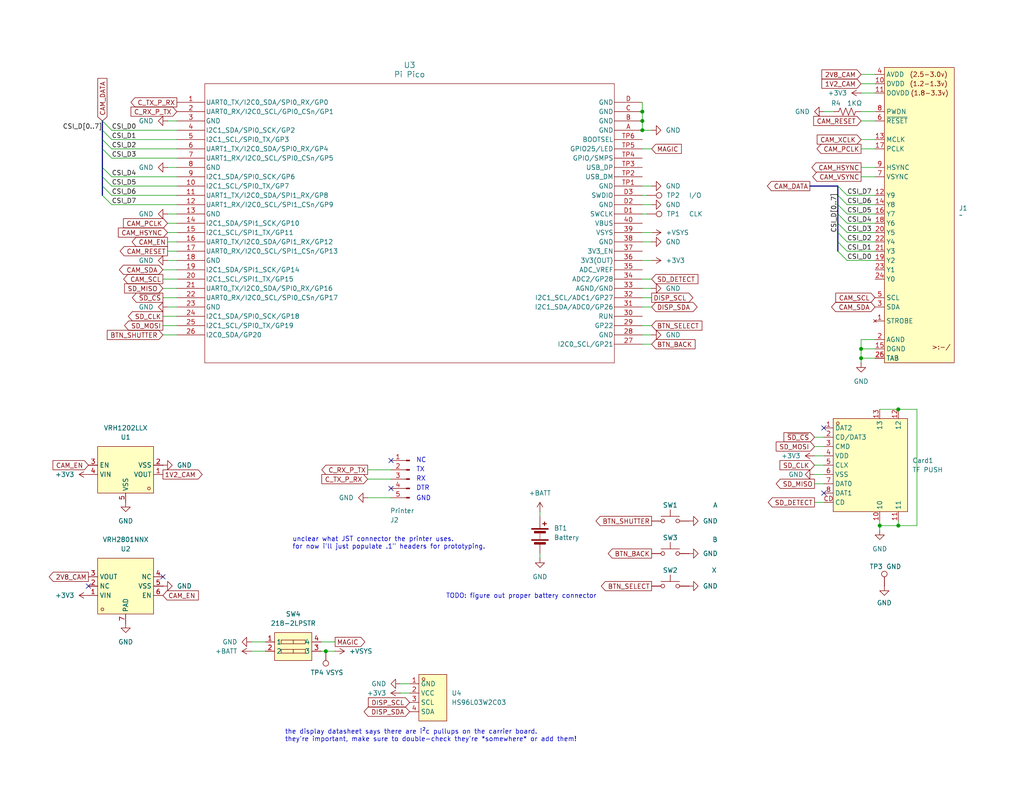
<source format=kicad_sch>
(kicad_sch (version 20231120) (generator "eeschema") (generator_version "8.0")
  (paper "USLetter")
  (title_block (title "Gae Boy Camera") (date "2024-06-12") (rev "A0"))
  (lib_symbols
    (symbol "2024-05-01_21-40-41:SC0915" (pin_names (offset 0.254))
      (property "Reference" "U" (at 63.5 10.16 0))
      (property "Value" "Pi Pico" (at 63.5 7.62 0))
      (symbol "SC0915_0_1"
        (polyline (pts (xy 7.62 -71.12) (xy 119.38 -71.12)) (stroke (width 0.127)))
        (polyline (pts (xy 7.62 5.08) (xy 7.62 -71.12)) (stroke (width 0.127)))
        (polyline (pts (xy 119.38 -71.12) (xy 119.38 5.08)) (stroke (width 0.127)))
        (polyline (pts (xy 119.38 5.08) (xy 7.62 5.08)) (stroke (width 0.127)))
        (pin bidirectional line (at 0 0 0) (length 7.62) (name "UART0_TX/I2C0_SDA/SPI0_RX/GP0") (number "1"))
        (pin bidirectional line (at 0 -22.86 0) (length 7.62) (name "I2C1_SCL/SPI0_TX/GP7") (number "10"))
        (pin bidirectional line (at 0 -25.4 0) (length 7.62) (name "UART1_TX/I2C0_SDA/SPI1_RX/GP8") (number "11"))
        (pin bidirectional line (at 0 -27.94 0) (length 7.62) (name "UART1_RX/I2C0_SCL/SPI1_CSn/GP9") (number "12"))
        (pin power_out line (at 0 -30.48 0) (length 7.62) (name "GND") (number "13"))
        (pin bidirectional line (at 0 -33.02 0) (length 7.62) (name "I2C1_SDA/SPI1_SCK/GP10") (number "14"))
        (pin bidirectional line (at 0 -35.56 0) (length 7.62) (name "I2C1_SCL/SPI1_TX/GP11") (number "15"))
        (pin bidirectional line (at 0 -38.1 0) (length 7.62) (name "UART0_TX/I2C0_SDA/GPI1_RX/GP12") (number "16"))
        (pin bidirectional line (at 0 -40.64 0) (length 7.62) (name "UART0_RX/I2C0_SCL/SPI1_CSn/GP13") (number "17"))
        (pin power_out line (at 0 -43.18 0) (length 7.62) (name "GND") (number "18"))
        (pin bidirectional line (at 0 -45.72 0) (length 7.62) (name "I2C1_SDA/SPI1_SCK/GP14") (number "19"))
        (pin bidirectional line (at 0 -2.54 0) (length 7.62) (name "UART0_RX/I2C0_SCL/GPI0_CSn/GP1") (number "2"))
        (pin bidirectional line (at 0 -48.26 0) (length 7.62) (name "I2C1_SCL/SPI1_TX/GP15") (number "20"))
        (pin bidirectional line (at 0 -50.8 0) (length 7.62) (name "UART0_TX/I2C0_SDA/SPI0_RX/GP16") (number "21"))
        (pin bidirectional line (at 0 -53.34 0) (length 7.62) (name "UART0_RX/I2C0_SCL/SPI0_CSn/GP17") (number "22"))
        (pin power_out line (at 0 -55.88 0) (length 7.62) (name "GND") (number "23"))
        (pin bidirectional line (at 0 -58.42 0) (length 7.62) (name "I2C1_SDA/SPI0_SCK/GP18") (number "24"))
        (pin bidirectional line (at 0 -60.96 0) (length 7.62) (name "I2C1_SCL/SPI0_TX/GP19") (number "25"))
        (pin bidirectional line (at 0 -63.5 0) (length 7.62) (name "I2C0_SDA/GP20") (number "26"))
        (pin bidirectional line (at 127 -66.04 180) (length 7.62) (name "I2C0_SCL/GP21") (number "27"))
        (pin power_out line (at 127 -63.5 180) (length 7.62) (name "GND") (number "28"))
        (pin bidirectional line (at 127 -60.96 180) (length 7.62) (name "GP22") (number "29"))
        (pin power_out line (at 0 -5.08 0) (length 7.62) (name "GND") (number "3"))
        (pin unspecified line (at 127 -58.42 180) (length 7.62) (name "RUN") (number "30"))
        (pin bidirectional line (at 127 -55.88 180) (length 7.62) (name "I2C1_SDA/ADC0/GP26") (number "31"))
        (pin bidirectional line (at 127 -53.34 180) (length 7.62) (name "I2C1_SCL/ADC1/GP27") (number "32"))
        (pin power_out line (at 127 -50.8 180) (length 7.62) (name "AGND/GND") (number "33"))
        (pin bidirectional line (at 127 -48.26 180) (length 7.62) (name "ADC2/GP28") (number "34"))
        (pin power_in line (at 127 -45.72 180) (length 7.62) (name "ADC_VREF") (number "35"))
        (pin output line (at 127 -43.18 180) (length 7.62) (name "3V3(OUT)") (number "36"))
        (pin power_in line (at 127 -40.64 180) (length 7.62) (name "3V3_EN") (number "37"))
        (pin power_out line (at 127 -38.1 180) (length 7.62) (name "GND") (number "38"))
        (pin power_in line (at 127 -35.56 180) (length 7.62) (name "VSYS") (number "39"))
        (pin bidirectional line (at 0 -7.62 0) (length 7.62) (name "I2C1_SDA/SPI0_SCK/GP2") (number "4"))
        (pin power_in line (at 127 -33.02 180) (length 7.62) (name "VBUS") (number "40"))
        (pin bidirectional line (at 0 -10.16 0) (length 7.62) (name "I2C1_SCL/SPI0_TX/GP3") (number "5"))
        (pin bidirectional line (at 0 -12.7 0) (length 7.62) (name "UART1_TX/I2C0_SDA/SPI0_RX/GP4") (number "6"))
        (pin bidirectional line (at 0 -15.24 0) (length 7.62) (name "UART1_RX/I2C0_SCL/SPI0_CSn/GP5") (number "7"))
        (pin power_out line (at 0 -17.78 0) (length 7.62) (name "GND") (number "8"))
        (pin bidirectional line (at 0 -20.32 0) (length 7.62) (name "I2C1_SDA/SPI0_SCK/GP6") (number "9"))
        (pin power_out line (at 127 -7.62 180) (length 7.62) (name "GND") (number "A"))
        (pin power_out line (at 127 -5.08 180) (length 7.62) (name "GND") (number "B"))
        (pin power_out line (at 127 -2.54 180) (length 7.62) (name "GND") (number "C"))
        (pin power_out line (at 127 0 180) (length 7.62) (name "GND") (number "D"))
        (pin unspecified line (at 127 -30.48 180) (length 7.62) (name "SWCLK") (number "D1"))
        (pin power_out line (at 127 -27.94 180) (length 7.62) (name "GND") (number "D2"))
        (pin unspecified line (at 127 -25.4 180) (length 7.62) (name "SWDIO") (number "D3"))
        (pin power_out line (at 127 -22.86 180) (length 7.62) (name "GND") (number "TP1"))
        (pin unspecified line (at 127 -20.32 180) (length 7.62) (name "USB_DM") (number "TP2"))
        (pin unspecified line (at 127 -17.78 180) (length 7.62) (name "USB_DP") (number "TP3"))
        (pin unspecified line (at 127 -15.24 180) (length 7.62) (name "GPIO/SMPS") (number "TP4"))
        (pin unspecified line (at 127 -12.7 180) (length 7.62) (name "GPIO25/LED") (number "TP5"))
        (pin unspecified line (at 127 -10.16 180) (length 7.62) (name "BOOTSEL") (number "TP6"))
      )
    )
    (symbol "Connector:Conn_01x05_Pin" (pin_names (offset 1.016) hide)
      (property "Reference" "J" (at 0 7.62 0))
      (property "Value" "Conn_01x05_Pin" (at 0 -7.62 0))
      (symbol "Conn_01x05_Pin_1_1"
        (polyline (pts (xy 1.27 -5.08) (xy 0.8636 -5.08)) (stroke (width 0.1524)))
        (polyline (pts (xy 1.27 -2.54) (xy 0.8636 -2.54)) (stroke (width 0.1524)))
        (polyline (pts (xy 1.27 0) (xy 0.8636 0)) (stroke (width 0.1524)))
        (polyline (pts (xy 1.27 2.54) (xy 0.8636 2.54)) (stroke (width 0.1524)))
        (polyline (pts (xy 1.27 5.08) (xy 0.8636 5.08)) (stroke (width 0.1524)))
        (rectangle (start 0.8636 -4.953) (end 0 -5.207) (stroke (width 0.1524)) (fill (type outline)))
        (rectangle (start 0.8636 -2.413) (end 0 -2.667) (stroke (width 0.1524)) (fill (type outline)))
        (rectangle (start 0.8636 0.127) (end 0 -0.127) (stroke (width 0.1524)) (fill (type outline)))
        (rectangle (start 0.8636 2.667) (end 0 2.413) (stroke (width 0.1524)) (fill (type outline)))
        (rectangle (start 0.8636 5.207) (end 0 4.953) (stroke (width 0.1524)) (fill (type outline)))
        (pin passive line (at 5.08 5.08 180) (length 3.81) (name "Pin_1") (number "1"))
        (pin passive line (at 5.08 2.54 180) (length 3.81) (name "Pin_2") (number "2"))
        (pin passive line (at 5.08 0 180) (length 3.81) (name "Pin_3") (number "3"))
        (pin passive line (at 5.08 -2.54 180) (length 3.81) (name "Pin_4") (number "4"))
        (pin passive line (at 5.08 -5.08 180) (length 3.81) (name "Pin_5") (number "5"))
      )
    )
    (symbol "Connector:TestPoint" (pin_numbers hide) (pin_names (offset 0.762) hide)
      (property "Reference" "TP" (at 0 6.858 0))
      (property "Value" "TestPoint" (at 0 5.08 0))
      (symbol "TestPoint_0_1"
        (circle (center 0 3.302) (radius 0.762))
      )
      (symbol "TestPoint_1_1"
        (pin passive line (at 0 0 90) (length 2.54) (name "1") (number "1"))
      )
    )
    (symbol "Device:Battery" (pin_numbers hide) (pin_names (offset 0) hide)
      (property "Reference" "BT" (at 2.54 2.54 0))
      (property "Value" "Battery" (at 2.54 0 0))
      (symbol "Battery_0_1"
        (rectangle (start -2.286 -1.27) (end 2.286 -1.524) (fill (type outline)))
        (rectangle (start -2.286 1.778) (end 2.286 1.524) (fill (type outline)))
        (rectangle (start -1.524 -2.032) (end 1.524 -2.54) (fill (type outline)))
        (rectangle (start -1.524 1.016) (end 1.524 0.508) (fill (type outline)))
        (polyline (pts (xy 0 -1.016) (xy 0 -0.762)))
        (polyline (pts (xy 0 -0.508) (xy 0 -0.254)))
        (polyline (pts (xy 0 0) (xy 0 0.254)))
        (polyline (pts (xy 0 1.778) (xy 0 2.54)))
        (polyline (pts (xy 0.762 3.048) (xy 1.778 3.048)) (stroke (width 0.254)))
        (polyline (pts (xy 1.27 3.556) (xy 1.27 2.54)) (stroke (width 0.254)))
      )
      (symbol "Battery_1_1"
        (pin passive line (at 0 5.08 270) (length 2.54) (name "+") (number "1"))
        (pin passive line (at 0 -5.08 90) (length 2.54) (name "-") (number "2"))
      )
    )
    (symbol "Device:R_US" (pin_numbers hide) (pin_names (offset 0))
      (property "Reference" "R" (at 2.54 0 90))
      (property "Value" "R_US" (at -2.54 0 90))
      (symbol "R_US_0_1"
        (polyline (pts (xy 0 -2.286) (xy 0 -2.54)))
        (polyline (pts (xy 0 2.286) (xy 0 2.54)))
        (polyline (pts (xy 0 -0.762) (xy 1.016 -1.143) (xy 0 -1.524) (xy -1.016 -1.905) (xy 0 -2.286)))
        (polyline (pts (xy 0 0.762) (xy 1.016 0.381) (xy 0 0) (xy -1.016 -0.381) (xy 0 -0.762)))
        (polyline (pts (xy 0 2.286) (xy 1.016 1.905) (xy 0 1.524) (xy -1.016 1.143) (xy 0 0.762)))
      )
      (symbol "R_US_1_1"
        (pin passive line (at 0 3.81 270) (length 1.27) (name "~") (number "1"))
        (pin passive line (at 0 -3.81 90) (length 1.27) (name "~") (number "2"))
      )
    )
    (symbol "Switch:SW_Push" (pin_numbers hide) (pin_names (offset 1.016) hide)
      (property "Reference" "SW" (at 1.27 2.54 0))
      (property "Value" "SW_Push" (at 0 -1.524 0))
      (symbol "SW_Push_0_1"
        (circle (center -2.032 0) (radius 0.508))
        (polyline (pts (xy 0 1.27) (xy 0 3.048)))
        (polyline (pts (xy 2.54 1.27) (xy -2.54 1.27)))
        (circle (center 2.032 0) (radius 0.508))
        (pin passive line (at -5.08 0 0) (length 2.54) (name "1") (number "1"))
        (pin passive line (at 5.08 0 180) (length 2.54) (name "2") (number "2"))
      )
    )
    (symbol "camera-parts:OV2640"
      (property "Reference" "J" (at 0 0 0))
      (symbol "OV2640_1_1"
        (rectangle (start -19.05 80.645) (end 0 0) (fill (type background)))
        (text "(1.2-1.3v)" (at -12.192 76.2 0) (effects (font (size 1.27 1.27)) (justify left)))
        (text "(1.8-3.3v)" (at -11.938 73.66 0) (effects (font (size 1.27 1.27)) (justify left)))
        (text "(2.5-3.0v)" (at -12.192 78.74 0) (effects (font (size 1.27 1.27)) (justify left)))
        (text ">:-/" (at -3.556 4.318 0) (effects (font (size 1.27 1.27))))
        (pin no_connect line (at -21.59 11.43 0) (length 2.54) (name "STROBE") (number "1"))
        (pin power_in line (at -21.59 76.2 0) (length 2.54) (name "DVDD") (number "10"))
        (pin power_in line (at -21.59 73.66 0) (length 2.54) (name "DOVDD") (number "11"))
        (pin output line (at -21.59 45.72 0) (length 2.54) (name "Y9") (number "12"))
        (pin input line (at -21.59 60.96 0) (length 2.54) (name "MCLK") (number "13"))
        (pin output line (at -21.59 43.18 0) (length 2.54) (name "Y8") (number "14"))
        (pin power_in line (at -21.59 3.81 0) (length 2.54) (name "DGND") (number "15"))
        (pin output line (at -21.59 40.64 0) (length 2.54) (name "Y7") (number "16"))
        (pin output line (at -21.59 58.42 0) (length 2.54) (name "PCLK") (number "17"))
        (pin output line (at -21.59 38.1 0) (length 2.54) (name "Y6") (number "18"))
        (pin output line (at -21.59 27.94 0) (length 2.54) (name "Y2") (number "19"))
        (pin power_in line (at -21.59 6.35 0) (length 2.54) (name "AGND") (number "2"))
        (pin output line (at -21.59 35.56 0) (length 2.54) (name "Y5") (number "20"))
        (pin output line (at -21.59 30.48 0) (length 2.54) (name "Y3") (number "21"))
        (pin output line (at -21.59 33.02 0) (length 2.54) (name "Y4") (number "22"))
        (pin output line (at -21.59 25.4 0) (length 2.54) (name "Y1") (number "23"))
        (pin output line (at -21.59 22.86 0) (length 2.54) (name "Y0") (number "24"))
        (pin power_in line (at -21.59 1.27 0) (length 2.54) (name "TAB") (number "25"))
        (pin power_in line (at -21.59 1.27 0) (length 2.54) (name "TAB") (number "26"))
        (pin bidirectional line (at -21.59 15.24 0) (length 2.54) (name "SDA") (number "3"))
        (pin power_in line (at -21.59 78.74 0) (length 2.54) (name "AVDD") (number "4"))
        (pin input line (at -21.59 17.78 0) (length 2.54) (name "SCL") (number "5"))
        (pin input line (at -21.59 66.04 0) (length 2.54) (name "~{RESET}") (number "6"))
        (pin output line (at -21.59 50.8 0) (length 2.54) (name "VSYNC") (number "7"))
        (pin input line (at -21.59 68.58 0) (length 2.54) (name "PWDN") (number "8"))
        (pin output line (at -21.59 53.34 0) (length 2.54) (name "HSYNC") (number "9"))
      )
    )
    (symbol "lcsc:218-2LPSTR"
      (property "Reference" "U" (at 0 7.62 0))
      (property "Value" "218-2LPSTR" (at 0 -5.08 0))
      (symbol "218-2LPSTR_0_1"
        (rectangle (start -5.08 5.08) (end 5.08 -2.54) (fill (type background)))
        (polyline (pts (xy -3.3 -0.51) (xy -3.3 0.51)))
        (polyline (pts (xy -3.3 0.51) (xy 3.3 0.51)))
        (polyline (pts (xy -3.3 2.03) (xy -3.3 3.05)))
        (polyline (pts (xy -3.3 3.05) (xy 3.3 3.05)))
        (polyline (pts (xy 0 0.51) (xy 0 -0.51)))
        (polyline (pts (xy 0 3.05) (xy 0 2.03)))
        (polyline (pts (xy 3.3 -0.51) (xy -3.3 -0.51)))
        (polyline (pts (xy 3.3 0.51) (xy 3.3 -0.51)))
        (polyline (pts (xy 3.3 2.03) (xy -3.3 2.03)))
        (polyline (pts (xy 3.3 3.05) (xy 3.3 2.03)))
        (pin input line (at -7.62 2.54 0) (length 2.54) (name "1") (number "1"))
        (pin input line (at -7.62 0 0) (length 2.54) (name "2") (number "2"))
        (pin input line (at 7.62 0 180) (length 2.54) (name "3") (number "3"))
        (pin input line (at 7.62 2.54 180) (length 2.54) (name "4") (number "4"))
      )
    )
    (symbol "lcsc:HS96L03W2C03"
      (property "Reference" "U" (at 0 8.89 0))
      (property "Value" "HS96L03W2C03" (at 0 -8.89 0))
      (symbol "HS96L03W2C03_0_1"
        (rectangle (start -3.81 6.35) (end 3.81 -6.35) (fill (type background)))
        (circle (center -2.54 5.08) (radius 0.38))
        (pin unspecified line (at -6.35 3.81 0) (length 2.54) (name "GND") (number "1"))
        (pin unspecified line (at -6.35 1.27 0) (length 2.54) (name "VCC") (number "2"))
        (pin unspecified line (at -6.35 -1.27 0) (length 2.54) (name "SCL") (number "3"))
        (pin unspecified line (at -6.35 -3.81 0) (length 2.54) (name "SDA") (number "4"))
      )
    )
    (symbol "lcsc:TFPUSH"
      (property "Reference" "Card1" (at 13.97 1.2701 0))
      (property "Value" "TF PUSH" (at 13.97 -1.2699 0))
      (symbol "TFPUSH_0_1"
        (rectangle (start -7.62 12.7) (end 12.7 -12.7) (fill (type background)))
        (circle (center -6.35 11.43) (radius 0.38))
        (pin unspecified line (at -10.16 10.16 0) (length 2.54) (name "DAT2") (number "1"))
        (pin unspecified line (at 5.08 -15.24 90) (length 2.54) (name "10") (number "10"))
        (pin unspecified line (at 10.16 -15.24 90) (length 2.54) (name "11") (number "11"))
        (pin unspecified line (at 10.16 15.24 270) (length 2.54) (name "12") (number "12"))
        (pin unspecified line (at 5.08 15.24 270) (length 2.54) (name "13") (number "13"))
        (pin unspecified line (at -10.16 7.62 0) (length 2.54) (name "CD/DAT3") (number "2"))
        (pin unspecified line (at -10.16 5.08 0) (length 2.54) (name "CMD") (number "3"))
        (pin unspecified line (at -10.16 2.54 0) (length 2.54) (name "VDD") (number "4"))
        (pin unspecified line (at -10.16 0 0) (length 2.54) (name "CLX") (number "5"))
        (pin unspecified line (at -10.16 -2.54 0) (length 2.54) (name "VSS") (number "6"))
        (pin unspecified line (at -10.16 -5.08 0) (length 2.54) (name "DAT0") (number "7"))
        (pin unspecified line (at -10.16 -7.62 0) (length 2.54) (name "DAT1") (number "8"))
      )
      (symbol "TFPUSH_1_1"
        (pin unspecified line (at -10.16 -10.16 0) (length 2.54) (name "CD") (number "CD"))
      )
    )
    (symbol "lcsc:VRH1202LLX"
      (property "Reference" "U" (at 0 13.97 0))
      (property "Value" "VRH1202LLX" (at 0 -6.35 0))
      (symbol "VRH1202LLX_0_1"
        (rectangle (start -7.62 6.35) (end 7.62 -6.35) (fill (type background)))
        (circle (center -6.35 5.08) (radius 0.38))
        (pin unspecified line (at -10.16 1.27 0) (length 2.54) (name "VOUT") (number "1"))
        (pin unspecified line (at -10.16 -1.27 0) (length 2.54) (name "VSS") (number "2"))
        (pin unspecified line (at 10.16 -1.27 180) (length 2.54) (name "EN") (number "3"))
        (pin unspecified line (at 10.16 1.27 180) (length 2.54) (name "VIN") (number "4"))
        (pin unspecified line (at 0 8.89 270) (length 2.54) (name "VSS") (number "5"))
      )
    )
    (symbol "lcsc:VRH2801NNX"
      (property "Reference" "U" (at 0 15.24 0))
      (property "Value" "VRH2801NNX" (at 0 -7.62 0))
      (symbol "VRH2801NNX_0_1"
        (rectangle (start -7.62 7.62) (end 7.62 -7.62) (fill (type background)))
        (circle (center -6.35 6.35) (radius 0.38))
        (pin unspecified line (at -10.16 2.54 0) (length 2.54) (name "VIN") (number "1"))
        (pin unspecified line (at -10.16 0 0) (length 2.54) (name "NC") (number "2"))
        (pin unspecified line (at -10.16 -2.54 0) (length 2.54) (name "VOUT") (number "3"))
        (pin unspecified line (at 10.16 -2.54 180) (length 2.54) (name "NC") (number "4"))
        (pin unspecified line (at 10.16 0 180) (length 2.54) (name "VSS") (number "5"))
        (pin unspecified line (at 10.16 2.54 180) (length 2.54) (name "EN") (number "6"))
        (pin unspecified line (at 0 10.16 270) (length 2.54) (name "PAD") (number "7"))
      )
    )
    (symbol "power:+3V3" (power) (pin_numbers hide) (pin_names (offset 0) hide)
      (property "Value" "+3V3" (at 0 3.556 0))
      (symbol "+3V3_0_1"
        (polyline (pts (xy -0.762 1.27) (xy 0 2.54)))
        (polyline (pts (xy 0 0) (xy 0 2.54)))
        (polyline (pts (xy 0 2.54) (xy 0.762 1.27)))
      )
      (symbol "+3V3_1_1"
        (pin power_in line (at 0 0 90) (length 0) (name "~") (number "1"))
      )
    )
    (symbol "power:+BATT" (power) (pin_numbers hide) (pin_names (offset 0) hide)
      (property "Value" "+BATT" (at 0 3.556 0))
      (symbol "+BATT_0_1"
        (polyline (pts (xy -0.762 1.27) (xy 0 2.54)))
        (polyline (pts (xy 0 0) (xy 0 2.54)))
        (polyline (pts (xy 0 2.54) (xy 0.762 1.27)))
      )
      (symbol "+BATT_1_1"
        (pin power_in line (at 0 0 90) (length 0) (name "~") (number "1"))
      )
    )
    (symbol "power:GND" (power) (pin_numbers hide) (pin_names (offset 0) hide)
      (property "Value" "GND" (at 0 -3.81 0))
      (symbol "GND_0_1"
        (polyline (pts (xy 0 0) (xy 0 -1.27) (xy 1.27 -1.27) (xy 0 -2.54) (xy -1.27 -1.27) (xy 0 -1.27)))
      )
      (symbol "GND_1_1"
        (pin power_in line (at 0 0 270) (length 0) (name "~") (number "1"))
      )
    )
    (symbol "power:VCC" (power) (pin_numbers hide) (pin_names (offset 0) hide)
      (property "Value" "VCC" (at 0 3.556 0))
      (symbol "VCC_0_1"
        (polyline (pts (xy -0.762 1.27) (xy 0 2.54)))
        (polyline (pts (xy 0 0) (xy 0 2.54)))
        (polyline (pts (xy 0 2.54) (xy 0.762 1.27)))
      )
      (symbol "VCC_1_1"
        (pin power_in line (at 0 0 90) (length 0) (name "~") (number "1"))
      )
    )
  )
  (junction (at 175.26 30.48))
  (junction (at 234.95 97.79))
  (junction (at 245.11 143.51))
  (junction (at 88.9 177.8))
  (junction (at 175.26 35.56))
  (junction (at 240.03 143.51))
  (junction (at 245.11 111.76))
  (junction (at 234.95 95.25))
  (junction (at 175.26 33.02))
  (no_connect (at 106.68 125.73))
  (no_connect (at 224.79 116.84))
  (no_connect (at 224.79 134.62))
  (no_connect (at 24.13 160.02))
  (no_connect (at 106.68 133.35))
  (no_connect (at 44.45 157.48))
  (bus_entry (at 27.94 48.26) (size 2.54 2.54))
  (bus_entry (at 27.94 45.72) (size 2.54 2.54))
  (bus_entry (at 228.6 55.88) (size 2.54 2.54))
  (bus_entry (at 228.6 53.34) (size 2.54 2.54))
  (bus_entry (at 27.94 35.56) (size 2.54 2.54))
  (bus_entry (at 228.6 63.5) (size 2.54 2.54))
  (bus_entry (at 228.6 50.8) (size 2.54 2.54))
  (bus_entry (at 27.94 53.34) (size 2.54 2.54))
  (bus_entry (at 27.94 33.02) (size 2.54 2.54))
  (bus_entry (at 27.94 50.8) (size 2.54 2.54))
  (bus_entry (at 27.94 38.1) (size 2.54 2.54))
  (bus_entry (at 228.6 60.96) (size 2.54 2.54))
  (bus_entry (at 228.6 66.04) (size 2.54 2.54))
  (bus_entry (at 27.94 40.64) (size 2.54 2.54))
  (bus_entry (at 228.6 58.42) (size 2.54 2.54))
  (bus_entry (at 228.6 68.58) (size 2.54 2.54))
  (wire (pts (xy 175.26 83.82) (xy 177.8 83.82)))
  (bus (pts (xy 27.94 48.26) (xy 27.94 50.8)))
  (wire (pts (xy 234.95 95.25) (xy 238.76 95.25)))
  (wire (pts (xy 224.79 30.48) (xy 227.33 30.48)))
  (wire (pts (xy 234.95 97.79) (xy 238.76 97.79)))
  (wire (pts (xy 30.48 38.1) (xy 48.26 38.1)))
  (wire (pts (xy 234.95 45.72) (xy 238.76 45.72)))
  (wire (pts (xy 30.48 53.34) (xy 48.26 53.34)))
  (wire (pts (xy 175.26 71.12) (xy 177.8 71.12)))
  (wire (pts (xy 175.26 53.34) (xy 176.53 53.34)))
  (wire (pts (xy 231.14 71.12) (xy 238.76 71.12)))
  (wire (pts (xy 45.72 58.42) (xy 48.26 58.42)))
  (wire (pts (xy 109.22 189.23) (xy 111.76 189.23)))
  (wire (pts (xy 30.48 48.26) (xy 48.26 48.26)))
  (wire (pts (xy 224.79 129.54) (xy 222.25 129.54)))
  (wire (pts (xy 68.58 175.26) (xy 72.39 175.26)))
  (bus (pts (xy 228.6 68.58) (xy 228.6 66.04)))
  (bus (pts (xy 228.6 53.34) (xy 228.6 50.8)))
  (wire (pts (xy 30.48 55.88) (xy 48.26 55.88)))
  (bus (pts (xy 228.6 66.04) (xy 228.6 63.5)))
  (wire (pts (xy 240.03 142.24) (xy 240.03 143.51)))
  (wire (pts (xy 175.26 88.9) (xy 177.8 88.9)))
  (bus (pts (xy 27.94 35.56) (xy 27.94 38.1)))
  (wire (pts (xy 87.63 175.26) (xy 91.44 175.26)))
  (wire (pts (xy 222.25 137.16) (xy 224.79 137.16)))
  (wire (pts (xy 30.48 35.56) (xy 48.26 35.56)))
  (wire (pts (xy 44.45 88.9) (xy 48.26 88.9)))
  (wire (pts (xy 250.19 111.76) (xy 245.11 111.76)))
  (wire (pts (xy 222.25 121.92) (xy 224.79 121.92)))
  (wire (pts (xy 177.8 66.04) (xy 175.26 66.04)))
  (wire (pts (xy 45.72 63.5) (xy 48.26 63.5)))
  (wire (pts (xy 30.48 40.64) (xy 48.26 40.64)))
  (wire (pts (xy 175.26 58.42) (xy 176.53 58.42)))
  (wire (pts (xy 30.48 50.8) (xy 48.26 50.8)))
  (wire (pts (xy 175.26 30.48) (xy 175.26 33.02)))
  (wire (pts (xy 44.45 78.74) (xy 48.26 78.74)))
  (wire (pts (xy 234.95 33.02) (xy 238.76 33.02)))
  (wire (pts (xy 245.11 111.76) (xy 240.03 111.76)))
  (wire (pts (xy 177.8 55.88) (xy 175.26 55.88)))
  (bus (pts (xy 27.94 33.02) (xy 27.94 35.56)))
  (bus (pts (xy 228.6 55.88) (xy 228.6 53.34)))
  (wire (pts (xy 45.72 83.82) (xy 48.26 83.82)))
  (wire (pts (xy 222.25 127) (xy 224.79 127)))
  (wire (pts (xy 222.25 124.46) (xy 224.79 124.46)))
  (wire (pts (xy 175.26 76.2) (xy 177.8 76.2)))
  (wire (pts (xy 87.63 177.8) (xy 88.9 177.8)))
  (wire (pts (xy 245.11 143.51) (xy 250.19 143.51)))
  (wire (pts (xy 250.19 143.51) (xy 250.19 111.76)))
  (wire (pts (xy 234.95 92.71) (xy 234.95 95.25)))
  (bus (pts (xy 228.6 63.5) (xy 228.6 60.96)))
  (wire (pts (xy 100.33 130.81) (xy 106.68 130.81)))
  (wire (pts (xy 234.95 22.86) (xy 238.76 22.86)))
  (wire (pts (xy 100.33 128.27) (xy 106.68 128.27)))
  (wire (pts (xy 234.95 40.64) (xy 238.76 40.64)))
  (wire (pts (xy 177.8 50.8) (xy 175.26 50.8)))
  (wire (pts (xy 234.95 97.79) (xy 234.95 99.06)))
  (wire (pts (xy 175.26 63.5) (xy 177.8 63.5)))
  (wire (pts (xy 147.32 151.13) (xy 147.32 152.4)))
  (wire (pts (xy 222.25 132.08) (xy 224.79 132.08)))
  (wire (pts (xy 234.95 20.32) (xy 238.76 20.32)))
  (wire (pts (xy 234.95 25.4) (xy 238.76 25.4)))
  (wire (pts (xy 147.32 139.7) (xy 147.32 140.97)))
  (bus (pts (xy 228.6 58.42) (xy 228.6 55.88)))
  (wire (pts (xy 231.14 58.42) (xy 238.76 58.42)))
  (wire (pts (xy 231.14 68.58) (xy 238.76 68.58)))
  (wire (pts (xy 44.45 81.28) (xy 48.26 81.28)))
  (wire (pts (xy 177.8 78.74) (xy 175.26 78.74)))
  (wire (pts (xy 45.72 66.04) (xy 48.26 66.04)))
  (bus (pts (xy 228.6 60.96) (xy 228.6 58.42)))
  (wire (pts (xy 68.58 177.8) (xy 72.39 177.8)))
  (wire (pts (xy 45.72 60.96) (xy 48.26 60.96)))
  (wire (pts (xy 44.45 91.44) (xy 48.26 91.44)))
  (bus (pts (xy 27.94 45.72) (xy 27.94 48.26)))
  (wire (pts (xy 231.14 55.88) (xy 238.76 55.88)))
  (wire (pts (xy 238.76 92.71) (xy 234.95 92.71)))
  (wire (pts (xy 175.26 81.28) (xy 177.8 81.28)))
  (bus (pts (xy 220.98 50.8) (xy 228.6 50.8)))
  (wire (pts (xy 45.72 68.58) (xy 48.26 68.58)))
  (wire (pts (xy 234.95 30.48) (xy 238.76 30.48)))
  (wire (pts (xy 45.72 33.02) (xy 48.26 33.02)))
  (wire (pts (xy 45.72 45.72) (xy 48.26 45.72)))
  (bus (pts (xy 27.94 50.8) (xy 27.94 53.34)))
  (wire (pts (xy 222.25 119.38) (xy 224.79 119.38)))
  (wire (pts (xy 175.26 93.98) (xy 177.8 93.98)))
  (wire (pts (xy 88.9 177.8) (xy 91.44 177.8)))
  (wire (pts (xy 177.8 35.56) (xy 175.26 35.56)))
  (wire (pts (xy 44.45 73.66) (xy 48.26 73.66)))
  (wire (pts (xy 234.95 48.26) (xy 238.76 48.26)))
  (bus (pts (xy 27.94 40.64) (xy 27.94 45.72)))
  (wire (pts (xy 231.14 63.5) (xy 238.76 63.5)))
  (wire (pts (xy 175.26 27.94) (xy 175.26 30.48)))
  (wire (pts (xy 44.45 86.36) (xy 48.26 86.36)))
  (wire (pts (xy 44.45 76.2) (xy 48.26 76.2)))
  (wire (pts (xy 45.72 71.12) (xy 48.26 71.12)))
  (wire (pts (xy 177.8 91.44) (xy 175.26 91.44)))
  (wire (pts (xy 240.03 143.51) (xy 240.03 144.78)))
  (wire (pts (xy 100.33 135.89) (xy 106.68 135.89)))
  (wire (pts (xy 109.22 186.69) (xy 111.76 186.69)))
  (bus (pts (xy 27.94 38.1) (xy 27.94 40.64)))
  (wire (pts (xy 234.95 95.25) (xy 234.95 97.79)))
  (wire (pts (xy 231.14 53.34) (xy 238.76 53.34)))
  (wire (pts (xy 245.11 142.24) (xy 245.11 143.51)))
  (wire (pts (xy 240.03 143.51) (xy 245.11 143.51)))
  (wire (pts (xy 231.14 66.04) (xy 238.76 66.04)))
  (wire (pts (xy 175.26 40.64) (xy 177.8 40.64)))
  (wire (pts (xy 231.14 60.96) (xy 238.76 60.96)))
  (wire (pts (xy 30.48 43.18) (xy 48.26 43.18)))
  (wire (pts (xy 175.26 33.02) (xy 175.26 35.56)))
  (wire (pts (xy 234.95 38.1) (xy 238.76 38.1)))
  (text "NC" (at 113.538 125.73 0) (effects (font (size 1.27 1.27)) (justify left)))
  (text "the display datasheet says there are i²c pullups on the carrier board.\nthey're important, make sure to double-check they're *somewhere* or add them!" (at 77.724 200.914 0) (effects (font (size 1.27 1.27)) (justify left)))
  (text "unclear what JST connector the printer uses.\nfor now i'll just populate .1\" headers for prototyping." (at 79.756 148.336 0) (effects (font (size 1.27 1.27)) (justify left)))
  (text "TX" (at 113.538 128.27 0) (effects (font (size 1.27 1.27)) (justify left)))
  (text "RX" (at 113.538 130.81 0) (effects (font (size 1.27 1.27)) (justify left)))
  (text "DTR" (at 113.538 133.35 0) (effects (font (size 1.27 1.27)) (justify left)))
  (text "TODO: figure out proper battery connector" (at 142.24 162.814 0) (effects (font (size 1.27 1.27))))
  (text "GND" (at 113.538 136.144 0) (effects (font (size 1.27 1.27)) (justify left)))
  (label "CSI_D0" (at 231.14 71.12 0))
  (label "CSI_D5" (at 231.14 58.42 0))
  (label "CSI_D2" (at 30.48 40.64 0))
  (label "CSI_D[0..7]" (at 228.6 63.5 90))
  (label "CSI_D[0..7]" (at 27.94 35.56 180))
  (label "CSI_D5" (at 30.48 50.8 0))
  (label "CSI_D6" (at 30.48 53.34 0))
  (label "CSI_D3" (at 30.48 43.18 0))
  (label "CSI_D1" (at 231.14 68.58 0))
  (label "CSI_D4" (at 231.14 60.96 0))
  (label "CSI_D3" (at 231.14 63.5 0))
  (label "CSI_D7" (at 30.48 55.88 0))
  (label "CSI_D7" (at 231.14 53.34 0))
  (label "CSI_D4" (at 30.48 48.26 0))
  (label "CSI_D0" (at 30.48 35.56 0))
  (label "CSI_D6" (at 231.14 55.88 0))
  (label "CSI_D1" (at 30.48 38.1 0))
  (label "CSI_D2" (at 231.14 66.04 0))
  (global_label "DISP_SDA" (shape bidirectional) (at 177.8 83.82 0) (property "Intersheetrefs" "${INTERSHEET_REFS}" (effects (hide yes))))
  (global_label "CAM_RESET" (shape output) (at 45.72 68.58 180) (property "Intersheetrefs" "${INTERSHEET_REFS}" (effects (hide yes))))
  (global_label "CAM_SCL" (shape input) (at 238.76 81.28 180) (property "Intersheetrefs" "${INTERSHEET_REFS}" (effects (hide yes))))
  (global_label "C_RX_P_TX" (shape input) (at 48.26 30.48 180) (property "Intersheetrefs" "${INTERSHEET_REFS}" (effects (hide yes))))
  (global_label "~{SD_CS}" (shape output) (at 44.45 81.28 180) (property "Intersheetrefs" "${INTERSHEET_REFS}" (effects (hide yes))))
  (global_label "CAM_SCL" (shape output) (at 44.45 76.2 180) (property "Intersheetrefs" "${INTERSHEET_REFS}" (effects (hide yes))))
  (global_label "CAM_EN" (shape input) (at 24.13 127 180) (property "Intersheetrefs" "${INTERSHEET_REFS}" (effects (hide yes))))
  (global_label "~{SD_CS}" (shape input) (at 222.25 119.38 180) (property "Intersheetrefs" "${INTERSHEET_REFS}" (effects (hide yes))))
  (global_label "1V2_CAM" (shape input) (at 234.95 22.86 180) (property "Intersheetrefs" "${INTERSHEET_REFS}" (effects (hide yes))))
  (global_label "BTN_SELECT" (shape output) (at 177.8 160.02 180) (property "Intersheetrefs" "${INTERSHEET_REFS}" (effects (hide yes))))
  (global_label "CAM_PCLK" (shape output) (at 234.95 40.64 180) (property "Intersheetrefs" "${INTERSHEET_REFS}" (effects (hide yes))))
  (global_label "SD_MOSI" (shape output) (at 44.45 88.9 180) (property "Intersheetrefs" "${INTERSHEET_REFS}" (effects (hide yes))))
  (global_label "SD_MOSI" (shape input) (at 222.25 121.92 180) (property "Intersheetrefs" "${INTERSHEET_REFS}" (effects (hide yes))))
  (global_label "CAM_SDA" (shape bidirectional) (at 238.76 83.82 180) (property "Intersheetrefs" "${INTERSHEET_REFS}" (effects (hide yes))))
  (global_label "MAGIC" (shape output) (at 91.44 175.26 0) (property "Intersheetrefs" "${INTERSHEET_REFS}" (effects (hide yes))))
  (global_label "SD_DETECT" (shape input) (at 177.8 76.2 0) (property "Intersheetrefs" "${INTERSHEET_REFS}" (effects (hide yes))))
  (global_label "CAM_PCLK" (shape input) (at 45.72 60.96 180) (property "Intersheetrefs" "${INTERSHEET_REFS}" (effects (hide yes))))
  (global_label "CAM_RESET" (shape input) (at 234.95 33.02 180) (property "Intersheetrefs" "${INTERSHEET_REFS}" (effects (hide yes))))
  (global_label "CAM_VSYNC" (shape output) (at 234.95 48.26 180) (property "Intersheetrefs" "${INTERSHEET_REFS}" (effects (hide yes))))
  (global_label "SD_CLK" (shape output) (at 44.45 86.36 180) (property "Intersheetrefs" "${INTERSHEET_REFS}" (effects (hide yes))))
  (global_label "DISP_SDA" (shape bidirectional) (at 111.76 194.31 180) (property "Intersheetrefs" "${INTERSHEET_REFS}" (effects (hide yes))))
  (global_label "MAGIC" (shape input) (at 177.8 40.64 0) (property "Intersheetrefs" "${INTERSHEET_REFS}" (effects (hide yes))))
  (global_label "CAM_EN" (shape output) (at 45.72 66.04 180) (property "Intersheetrefs" "${INTERSHEET_REFS}" (effects (hide yes))))
  (global_label "CAM_DATA" (shape output) (at 220.98 50.8 180) (property "Intersheetrefs" "${INTERSHEET_REFS}" (effects (hide yes))))
  (global_label "2V8_CAM" (shape output) (at 24.13 157.48 180) (property "Intersheetrefs" "${INTERSHEET_REFS}" (effects (hide yes))))
  (global_label "BTN_BACK" (shape output) (at 177.8 151.13 180) (property "Intersheetrefs" "${INTERSHEET_REFS}" (effects (hide yes))))
  (global_label "CAM_XCLK" (shape input) (at 234.95 38.1 180) (property "Intersheetrefs" "${INTERSHEET_REFS}" (effects (hide yes))))
  (global_label "CAM_DATA" (shape input) (at 27.94 33.02 90) (property "Intersheetrefs" "${INTERSHEET_REFS}" (effects (hide yes))))
  (global_label "C_TX_P_RX" (shape output) (at 48.26 27.94 180) (property "Intersheetrefs" "${INTERSHEET_REFS}" (effects (hide yes))))
  (global_label "C_RX_P_TX" (shape output) (at 100.33 128.27 180) (property "Intersheetrefs" "${INTERSHEET_REFS}" (effects (hide yes))))
  (global_label "CAM_EN" (shape input) (at 44.45 162.56 0) (property "Intersheetrefs" "${INTERSHEET_REFS}" (effects (hide yes))))
  (global_label "CAM_SDA" (shape bidirectional) (at 44.45 73.66 180) (property "Intersheetrefs" "${INTERSHEET_REFS}" (effects (hide yes))))
  (global_label "SD_DETECT" (shape output) (at 222.25 137.16 180) (property "Intersheetrefs" "${INTERSHEET_REFS}" (effects (hide yes))))
  (global_label "BTN_BACK" (shape input) (at 177.8 93.98 0) (property "Intersheetrefs" "${INTERSHEET_REFS}" (effects (hide yes))))
  (global_label "SD_CLK" (shape input) (at 222.25 127 180) (property "Intersheetrefs" "${INTERSHEET_REFS}" (effects (hide yes))))
  (global_label "CAM_HSYNC" (shape input) (at 45.72 63.5 180) (property "Intersheetrefs" "${INTERSHEET_REFS}" (effects (hide yes))))
  (global_label "BTN_SHUTTER" (shape output) (at 177.8 142.24 180) (property "Intersheetrefs" "${INTERSHEET_REFS}" (effects (hide yes))))
  (global_label "DISP_SCL" (shape input) (at 111.76 191.77 180) (property "Intersheetrefs" "${INTERSHEET_REFS}" (effects (hide yes))))
  (global_label "BTN_SELECT" (shape input) (at 177.8 88.9 0) (property "Intersheetrefs" "${INTERSHEET_REFS}" (effects (hide yes))))
  (global_label "2V8_CAM" (shape input) (at 234.95 20.32 180) (property "Intersheetrefs" "${INTERSHEET_REFS}" (effects (hide yes))))
  (global_label "SD_MISO" (shape output) (at 222.25 132.08 180) (property "Intersheetrefs" "${INTERSHEET_REFS}" (effects (hide yes))))
  (global_label "CAM_HSYNC" (shape output) (at 234.95 45.72 180) (property "Intersheetrefs" "${INTERSHEET_REFS}" (effects (hide yes))))
  (global_label "C_TX_P_RX" (shape input) (at 100.33 130.81 180) (property "Intersheetrefs" "${INTERSHEET_REFS}" (effects (hide yes))))
  (global_label "SD_MISO" (shape input) (at 44.45 78.74 180) (property "Intersheetrefs" "${INTERSHEET_REFS}" (effects (hide yes))))
  (global_label "1V2_CAM" (shape output) (at 44.45 129.54 0) (property "Intersheetrefs" "${INTERSHEET_REFS}" (effects (hide yes))))
  (global_label "BTN_SHUTTER" (shape input) (at 44.45 91.44 180) (property "Intersheetrefs" "${INTERSHEET_REFS}" (effects (hide yes))))
  (global_label "DISP_SCL" (shape output) (at 177.8 81.28 0) (property "Intersheetrefs" "${INTERSHEET_REFS}" (effects (hide yes))))
  (symbol (lib_id "Connector:TestPoint") (at 176.53 53.34 270) (unit 1)
    (property "Reference" "TP2" (at 181.864 53.34 90) (effects (justify left)))
    (property "Value" "I/O" (at 187.96 53.34 90) (effects (justify left)))
    (property "Footprint" "TestPoint:TestPoint_Pad_D1.0mm" (effects (hide yes)))
    (property "Description" "test point" (effects (hide yes)))
  )
  (symbol (lib_id "power:GND") (at 240.03 144.78 0) (mirror y) (unit 1)
    (property "Reference" "#PWR032" (effects (hide yes)))
    (property "Value" "GND" (at 240.03 149.86 0))
    (property "Description" "Power symbol creates a global label with name \"GND\" , ground" (effects (hide yes)))
  )
  (symbol (lib_id "Switch:SW_Push") (at 182.88 142.24 0) (mirror y) (unit 1)
    (property "Reference" "SW1" (at 182.88 137.922 0))
    (property "Value" "A" (at 195.834 137.922 0) (effects (justify left)))
    (property "Footprint" "Button_Switch_THT:SW_PUSH-12mm_Wuerth-430476085716" (effects (hide yes)))
    (property "Description" "Push button switch, generic, two pins" (effects (hide yes)))
  )
  (symbol (lib_id "power:+BATT") (at 147.32 139.7 0) (unit 1)
    (property "Reference" "#PWR03" (effects (hide yes)))
    (property "Value" "+BATT" (at 147.32 134.62 0))
    (property "Description" "Power symbol creates a global label with name \"+BATT\"" (effects (hide yes)))
  )
  (symbol (lib_id "power:GND") (at 234.95 99.06 0) (unit 1)
    (property "Reference" "#PWR04" (effects (hide yes)))
    (property "Value" "GND" (at 234.95 104.14 0))
    (property "Description" "Power symbol creates a global label with name \"GND\" , ground" (effects (hide yes)))
  )
  (symbol (lib_id "power:GND") (at 44.45 160.02 90) (mirror x) (unit 1)
    (property "Reference" "#PWR022" (effects (hide yes)))
    (property "Value" "GND" (at 48.26 160.0199 90) (effects (justify right)))
    (property "Description" "Power symbol creates a global label with name \"GND\" , ground" (effects (hide yes)))
  )
  (symbol (lib_id "power:+3V3") (at 24.13 129.54 90) (mirror x) (unit 1)
    (property "Reference" "#PWR06" (effects (hide yes)))
    (property "Value" "+3V3" (at 20.32 129.5399 90) (effects (justify left)))
    (property "Description" "Power symbol creates a global label with name \"+3V3\"" (effects (hide yes)))
  )
  (symbol (lib_id "power:GND") (at 177.8 66.04 90) (unit 1)
    (property "Reference" "#PWR012" (effects (hide yes)))
    (property "Value" "GND" (at 181.61 66.0401 90) (effects (justify right)))
    (property "Description" "Power symbol creates a global label with name \"GND\" , ground" (effects (hide yes)))
  )
  (symbol (lib_id "Connector:Conn_01x05_Pin") (at 111.76 130.81 0) (mirror y) (unit 1)
    (property "Reference" "J2" (at 106.426 141.986 0) (effects (justify right)))
    (property "Value" "Printer" (at 106.426 139.446 0) (effects (justify right)))
    (property "Footprint" "Connector_PinHeader_2.54mm:PinHeader_1x05_P2.54mm_Vertical" (effects (hide yes)))
    (property "Description" "Generic connector, single row, 01x05, script generated" (effects (hide yes)))
  )
  (symbol (lib_id "power:GND") (at 45.72 71.12 270) (unit 1)
    (property "Reference" "#PWR016" (effects (hide yes)))
    (property "Value" "GND" (at 41.91 71.1199 90) (effects (justify right)))
    (property "Description" "Power symbol creates a global label with name \"GND\" , ground" (effects (hide yes)))
  )
  (symbol (lib_id "power:VCC") (at 177.8 63.5 270) (unit 1)
    (property "Reference" "#PWR034" (effects (hide yes)))
    (property "Value" "+VSYS" (at 181.61 63.4999 90) (effects (justify left)))
    (property "Description" "Power symbol creates a global label with name \"VCC\"" (effects (hide yes)))
  )
  (symbol (lib_id "power:GND") (at 241.3 160.02 0) (unit 1)
    (property "Reference" "#PWR028" (effects (hide yes)))
    (property "Value" "GND" (at 243.332 164.592 0) (effects (justify right)))
    (property "Description" "Power symbol creates a global label with name \"GND\" , ground" (effects (hide yes)))
  )
  (symbol (lib_id "power:GND") (at 44.45 127 90) (mirror x) (unit 1)
    (property "Reference" "#PWR09" (effects (hide yes)))
    (property "Value" "GND" (at 48.26 127.0001 90) (effects (justify right)))
    (property "Description" "Power symbol creates a global label with name \"GND\" , ground" (effects (hide yes)))
  )
  (symbol (lib_id "power:GND") (at 177.8 35.56 90) (unit 1)
    (property "Reference" "#PWR08" (effects (hide yes)))
    (property "Value" "GND" (at 181.61 35.5601 90) (effects (justify right)))
    (property "Description" "Power symbol creates a global label with name \"GND\" , ground" (effects (hide yes)))
  )
  (symbol (lib_id "power:GND") (at 177.8 55.88 90) (unit 1)
    (property "Reference" "#PWR07" (effects (hide yes)))
    (property "Value" "GND" (at 181.61 55.8801 90) (effects (justify right)))
    (property "Description" "Power symbol creates a global label with name \"GND\" , ground" (effects (hide yes)))
  )
  (symbol (lib_id "lcsc:HS96L03W2C03") (at 118.11 190.5 0) (unit 1)
    (property "Reference" "U4" (at 123.19 189.2299 0) (effects (justify left)))
    (property "Value" "HS96L03W2C03" (at 123.19 191.7699 0) (effects (justify left)))
    (property "Footprint" "lcsc:OLED-TH_L27.8-W27.2-P2.54_C9900033791" (effects (hide yes)))
    (property "LCSC Part" "C5248080" (effects (hide yes)))
  )
  (symbol (lib_id "power:+BATT") (at 68.58 177.8 90) (unit 1)
    (property "Reference" "#PWR033" (effects (hide yes)))
    (property "Value" "+BATT" (at 64.77 177.7999 90) (effects (justify left)))
    (property "Description" "Power symbol creates a global label with name \"+BATT\"" (effects (hide yes)))
  )
  (symbol (lib_id "power:GND") (at 34.29 137.16 0) (mirror y) (unit 1)
    (property "Reference" "#PWR020" (effects (hide yes)))
    (property "Value" "GND" (at 34.29 142.24 0))
    (property "Description" "Power symbol creates a global label with name \"GND\" , ground" (effects (hide yes)))
  )
  (symbol (lib_id "power:+3V3") (at 222.25 124.46 90) (unit 1)
    (property "Reference" "#PWR037" (effects (hide yes)))
    (property "Value" "+3V3" (at 218.44 124.4599 90) (effects (justify left)))
    (property "Description" "Power symbol creates a global label with name \"+3V3\"" (effects (hide yes)))
  )
  (symbol (lib_id "Switch:SW_Push") (at 182.88 151.13 0) (mirror y) (unit 1)
    (property "Reference" "SW3" (at 182.88 146.812 0))
    (property "Value" "B" (at 195.834 147.32 0) (effects (justify left)))
    (property "Footprint" "Button_Switch_THT:SW_PUSH-12mm_Wuerth-430476085716" (effects (hide yes)))
    (property "Description" "Push button switch, generic, two pins" (effects (hide yes)))
  )
  (symbol (lib_id "power:GND") (at 187.96 151.13 90) (mirror x) (unit 1)
    (property "Reference" "#PWR025" (effects (hide yes)))
    (property "Value" "GND" (at 191.77 151.1299 90) (effects (justify right)))
    (property "Description" "Power symbol creates a global label with name \"GND\" , ground" (effects (hide yes)))
  )
  (symbol (lib_id "power:VCC") (at 91.44 177.8 270) (unit 1)
    (property "Reference" "#PWR035" (effects (hide yes)))
    (property "Value" "+VSYS" (at 95.25 177.7999 90) (effects (justify left)))
    (property "Description" "Power symbol creates a global label with name \"VCC\"" (effects (hide yes)))
  )
  (symbol (lib_id "Device:Battery") (at 147.32 146.05 0) (unit 1)
    (property "Reference" "BT1" (at 151.13 144.2084 0) (effects (justify left)))
    (property "Value" "Battery" (at 151.13 146.7484 0) (effects (justify left)))
    (property "Footprint" "Connector_PinHeader_2.54mm:PinHeader_1x02_P2.54mm_Vertical" (effects (hide yes)))
    (property "Description" "Multiple-cell battery" (effects (hide yes)))
  )
  (symbol (lib_id "power:GND") (at 45.72 45.72 270) (unit 1)
    (property "Reference" "#PWR018" (effects (hide yes)))
    (property "Value" "GND" (at 41.91 45.7199 90) (effects (justify right)))
    (property "Description" "Power symbol creates a global label with name \"GND\" , ground" (effects (hide yes)))
  )
  (symbol (lib_id "Connector:TestPoint") (at 241.3 160.02 0) (unit 1)
    (property "Reference" "TP3" (at 237.236 154.686 0) (effects (justify left)))
    (property "Value" "GND" (at 241.808 154.686 0) (effects (justify left)))
    (property "Footprint" "TestPoint:TestPoint_Pad_D1.0mm" (effects (hide yes)))
    (property "Description" "test point" (effects (hide yes)))
  )
  (symbol (lib_id "lcsc:VRH2801NNX") (at 34.29 160.02 0) (mirror x) (unit 1)
    (property "Reference" "U2" (at 34.29 149.86 0))
    (property "Value" "VRH2801NNX" (at 34.29 147.32 0))
    (property "Footprint" "lcsc:LLP-6_L2.0-W1.8-P0.50-BL-EP" (effects (hide yes)))
    (property "Datasheet" "https://lcsc.com/product-detail/Dropout-Regulators-LDO_AnaSem-VRH2801NNX_C697989.html" (effects (hide yes)))
    (property "LCSC Part" "C697989" (effects (hide yes)))
  )
  (symbol (lib_id "Device:R_US") (at 231.14 30.48 90) (unit 1)
    (property "Reference" "R4" (at 228.092 28.194 90))
    (property "Value" "1KΩ" (at 233.172 28.194 90))
    (property "Footprint" "Resistor_SMD:R_0603_1608Metric" (effects (hide yes)))
    (property "Description" "Resistor, US symbol" (effects (hide yes)))
    (property "LCSC" "C21190" (effects (hide yes)))
  )
  (symbol (lib_id "Connector:TestPoint") (at 176.53 58.42 270) (unit 1)
    (property "Reference" "TP1" (at 181.864 58.42 90) (effects (justify left)))
    (property "Value" "CLK" (at 187.96 58.42 90) (effects (justify left)))
    (property "Footprint" "TestPoint:TestPoint_Pad_D1.0mm" (effects (hide yes)))
    (property "Description" "test point" (effects (hide yes)))
  )
  (symbol (lib_id "power:+3V3") (at 177.8 71.12 270) (unit 1)
    (property "Reference" "#PWR01" (effects (hide yes)))
    (property "Value" "+3V3" (at 181.61 71.1199 90) (effects (justify left)))
    (property "Description" "Power symbol creates a global label with name \"+3V3\"" (effects (hide yes)))
  )
  (symbol (lib_id "power:GND") (at 45.72 33.02 270) (unit 1)
    (property "Reference" "#PWR019" (effects (hide yes)))
    (property "Value" "GND" (at 41.91 33.0199 90) (effects (justify right)))
    (property "Description" "Power symbol creates a global label with name \"GND\" , ground" (effects (hide yes)))
  )
  (symbol (lib_id "camera-parts:OV2640") (at 260.35 99.06 0) (unit 1)
    (property "Reference" "J1" (at 261.62 56.8324 0) (effects (justify left)))
    (property "Value" "~" (at 261.62 58.7375 0) (effects (justify left)))
    (property "Footprint" "lcsc:FPC-SMD_24P-P0.50_FFC05011-24SBB124W5M" (effects (hide yes)))
    (property "LCSC" "C456439" (effects (hide yes)))
  )
  (symbol (lib_id "lcsc:VRH1202LLX") (at 34.29 128.27 180) (unit 1)
    (property "Reference" "U1" (at 34.29 119.38 0))
    (property "Value" "VRH1202LLX" (at 34.29 116.84 0))
    (property "Footprint" "lcsc:LLP-4_L1.6-W1.2-P0.60-BL-EP" (effects (hide yes)))
    (property "Datasheet" "https://lcsc.com/product-detail/Dropout-Regulators-LDO_AnaSem-VRH1202LLX_C697956.html" (effects (hide yes)))
    (property "LCSC Part" "C697956" (effects (hide yes)))
  )
  (symbol (lib_id "power:GND") (at 147.32 152.4 0) (mirror y) (unit 1)
    (property "Reference" "#PWR029" (effects (hide yes)))
    (property "Value" "GND" (at 147.32 157.48 0))
    (property "Description" "Power symbol creates a global label with name \"GND\" , ground" (effects (hide yes)))
  )
  (symbol (lib_id "Switch:SW_Push") (at 182.88 160.02 0) (unit 1)
    (property "Reference" "SW2" (at 182.88 155.702 0))
    (property "Value" "X" (at 195.58 155.702 0) (effects (justify right)))
    (property "Footprint" "Button_Switch_THT:SW_PUSH-12mm_Wuerth-430476085716" (effects (hide yes)))
    (property "Description" "Push button switch, generic, two pins" (effects (hide yes)))
  )
  (symbol (lib_id "power:GND") (at 222.25 129.54 270) (mirror x) (unit 1)
    (property "Reference" "#PWR026" (effects (hide yes)))
    (property "Value" "GND" (at 217.17 129.54 90))
    (property "Description" "Power symbol creates a global label with name \"GND\" , ground" (effects (hide yes)))
  )
  (symbol (lib_id "lcsc:218-2LPSTR") (at 80.01 177.8 0) (unit 1)
    (property "Reference" "SW4" (at 80.01 167.64 0))
    (property "Value" "218-2LPSTR" (at 80.01 170.18 0))
    (property "Footprint" "lcsc:SW-SMD_218-2LPSTRF" (effects (hide yes)))
    (property "LCSC Part" "C2961921" (effects (hide yes)))
  )
  (symbol (lib_id "power:GND") (at 177.8 91.44 90) (unit 1)
    (property "Reference" "#PWR013" (effects (hide yes)))
    (property "Value" "GND" (at 181.61 91.4401 90) (effects (justify right)))
    (property "Description" "Power symbol creates a global label with name \"GND\" , ground" (effects (hide yes)))
  )
  (symbol (lib_id "power:GND") (at 45.72 83.82 270) (unit 1)
    (property "Reference" "#PWR015" (effects (hide yes)))
    (property "Value" "GND" (at 41.91 83.8199 90) (effects (justify right)))
    (property "Description" "Power symbol creates a global label with name \"GND\" , ground" (effects (hide yes)))
  )
  (symbol (lib_id "power:GND") (at 45.72 58.42 270) (unit 1)
    (property "Reference" "#PWR017" (effects (hide yes)))
    (property "Value" "GND" (at 41.91 58.4199 90) (effects (justify right)))
    (property "Description" "Power symbol creates a global label with name \"GND\" , ground" (effects (hide yes)))
  )
  (symbol (lib_id "power:GND") (at 177.8 50.8 90) (unit 1)
    (property "Reference" "#PWR010" (effects (hide yes)))
    (property "Value" "GND" (at 181.61 50.8001 90) (effects (justify right)))
    (property "Description" "Power symbol creates a global label with name \"GND\" , ground" (effects (hide yes)))
  )
  (symbol (lib_id "power:GND") (at 187.96 142.24 90) (mirror x) (unit 1)
    (property "Reference" "#PWR023" (effects (hide yes)))
    (property "Value" "GND" (at 191.77 142.2399 90) (effects (justify right)))
    (property "Description" "Power symbol creates a global label with name \"GND\" , ground" (effects (hide yes)))
  )
  (symbol (lib_id "power:+3V3") (at 24.13 162.56 90) (unit 1)
    (property "Reference" "#PWR05" (effects (hide yes)))
    (property "Value" "+3V3" (at 20.32 162.5599 90) (effects (justify left)))
    (property "Description" "Power symbol creates a global label with name \"+3V3\"" (effects (hide yes)))
  )
  (symbol (lib_id "2024-05-01_21-40-41:SC0915") (at 48.26 27.94 0) (unit 1)
    (property "Reference" "U3" (at 111.76 17.78 0) (effects (font (size 1.524 1.524))))
    (property "Value" "Pi Pico" (at 111.76 20.32 0) (effects (font (size 1.524 1.524))))
    (property "Footprint" "footprints:SC0915_RPI" (effects (hide yes)))
    (property "Datasheet" "SC0915" (effects (hide yes)))
    (property "LCSC" "C7203002" (effects (hide yes)))
  )
  (symbol (lib_id "power:+3V3") (at 109.22 189.23 90) (unit 1)
    (property "Reference" "#PWR031" (effects (hide yes)))
    (property "Value" "+3V3" (at 105.41 189.2299 90) (effects (justify left)))
    (property "Description" "Power symbol creates a global label with name \"+3V3\"" (effects (hide yes)))
  )
  (symbol (lib_id "power:GND") (at 34.29 170.18 0) (mirror y) (unit 1)
    (property "Reference" "#PWR021" (effects (hide yes)))
    (property "Value" "GND" (at 34.29 175.26 0))
    (property "Description" "Power symbol creates a global label with name \"GND\" , ground" (effects (hide yes)))
  )
  (symbol (lib_id "power:GND") (at 177.8 78.74 90) (unit 1)
    (property "Reference" "#PWR014" (effects (hide yes)))
    (property "Value" "GND" (at 181.61 78.7401 90) (effects (justify right)))
    (property "Description" "Power symbol creates a global label with name \"GND\" , ground" (effects (hide yes)))
  )
  (symbol (lib_id "lcsc:TFPUSH") (at 234.95 127 0) (unit 1)
    (property "Reference" "Card1" (at 248.92 125.7299 0) (effects (justify left)))
    (property "Value" "TF PUSH" (at 248.92 128.2699 0) (effects (justify left)))
    (property "Footprint" "lcsc:TF-SMD_TF-PUSH" (effects (hide yes)))
    (property "Datasheet" "https://lcsc.com/product-detail/Connector-Card-Sockets_SHOU-HAN-SHOU-HAN-TFDeck-TF-Deck_C393941.html" (effects (hide yes)))
    (property "LCSC Part" "C393941" (effects (hide yes)))
  )
  (symbol (lib_id "power:GND") (at 100.33 135.89 270) (mirror x) (unit 1)
    (property "Reference" "#PWR02" (effects (hide yes)))
    (property "Value" "GND" (at 96.52 135.8899 90) (effects (justify right)))
    (property "Description" "Power symbol creates a global label with name \"GND\" , ground" (effects (hide yes)))
  )
  (symbol (lib_id "power:+3V3") (at 234.95 25.4 90) (unit 1)
    (property "Reference" "#PWR027" (effects (hide yes)))
    (property "Value" "+3V3" (at 231.14 25.3999 90) (effects (justify left)))
    (property "Description" "Power symbol creates a global label with name \"+3V3\"" (effects (hide yes)))
  )
  (symbol (lib_id "power:GND") (at 224.79 30.48 270) (unit 1)
    (property "Reference" "#PWR011" (effects (hide yes)))
    (property "Value" "GND" (at 220.98 30.4799 90) (effects (justify right)))
    (property "Description" "Power symbol creates a global label with name \"GND\" , ground" (effects (hide yes)))
  )
  (symbol (lib_id "power:GND") (at 109.22 186.69 270) (unit 1)
    (property "Reference" "#PWR030" (effects (hide yes)))
    (property "Value" "GND" (at 105.41 186.6899 90) (effects (justify right)))
    (property "Description" "Power symbol creates a global label with name \"GND\" , ground" (effects (hide yes)))
  )
  (symbol (lib_id "power:GND") (at 68.58 175.26 270) (mirror x) (unit 1)
    (property "Reference" "#PWR036" (effects (hide yes)))
    (property "Value" "GND" (at 64.77 175.2599 90) (effects (justify right)))
    (property "Description" "Power symbol creates a global label with name \"GND\" , ground" (effects (hide yes)))
  )
  (symbol (lib_id "power:GND") (at 187.96 160.02 90) (mirror x) (unit 1)
    (property "Reference" "#PWR024" (effects (hide yes)))
    (property "Value" "GND" (at 191.77 160.0199 90) (effects (justify right)))
    (property "Description" "Power symbol creates a global label with name \"GND\" , ground" (effects (hide yes)))
  )
  (symbol (lib_id "Connector:TestPoint") (at 88.9 177.8 180) (unit 1)
    (property "Reference" "TP4" (at 88.392 183.642 0) (effects (justify left)))
    (property "Value" "VSYS" (at 93.726 183.642 0) (effects (justify left)))
    (property "Footprint" "TestPoint:TestPoint_Pad_D1.0mm" (effects (hide yes)))
    (property "Description" "test point" (effects (hide yes)))
  )
)
</source>
